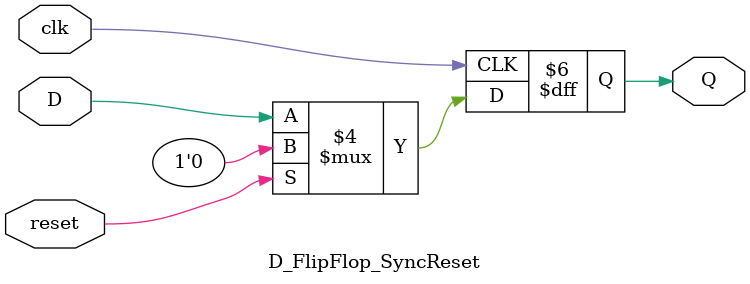
<source format=v>
module D_FlipFlop_SyncReset(  //同步
	input D,
	input clk,  
	input reset,  
	output reg Q 
);
  
	always @(posedge clk) 
	begin
 	if(reset==1'b1)
  		Q = 1'b0; 
 	else 
  		Q = D; 
	end 
  
endmodule

</source>
